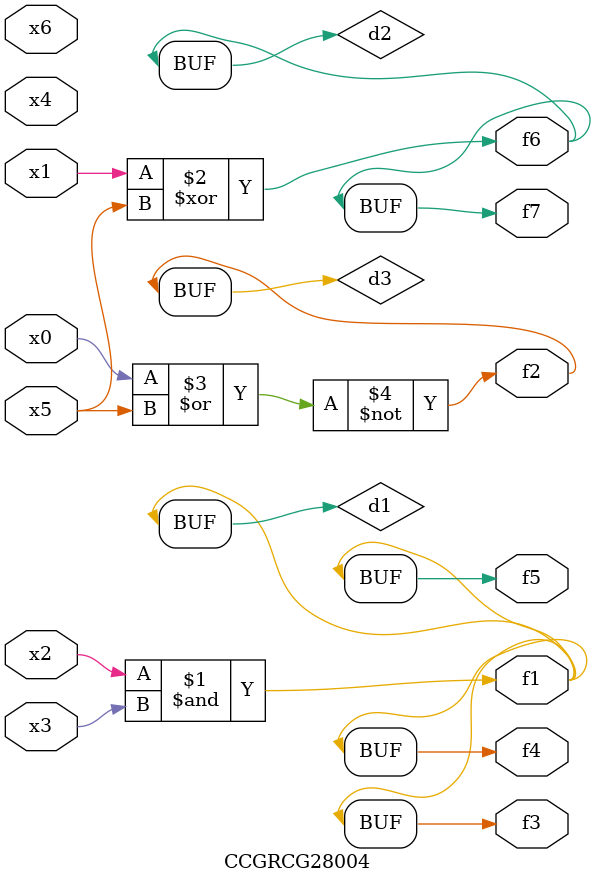
<source format=v>
module CCGRCG28004(
	input x0, x1, x2, x3, x4, x5, x6,
	output f1, f2, f3, f4, f5, f6, f7
);

	wire d1, d2, d3;

	and (d1, x2, x3);
	xor (d2, x1, x5);
	nor (d3, x0, x5);
	assign f1 = d1;
	assign f2 = d3;
	assign f3 = d1;
	assign f4 = d1;
	assign f5 = d1;
	assign f6 = d2;
	assign f7 = d2;
endmodule

</source>
